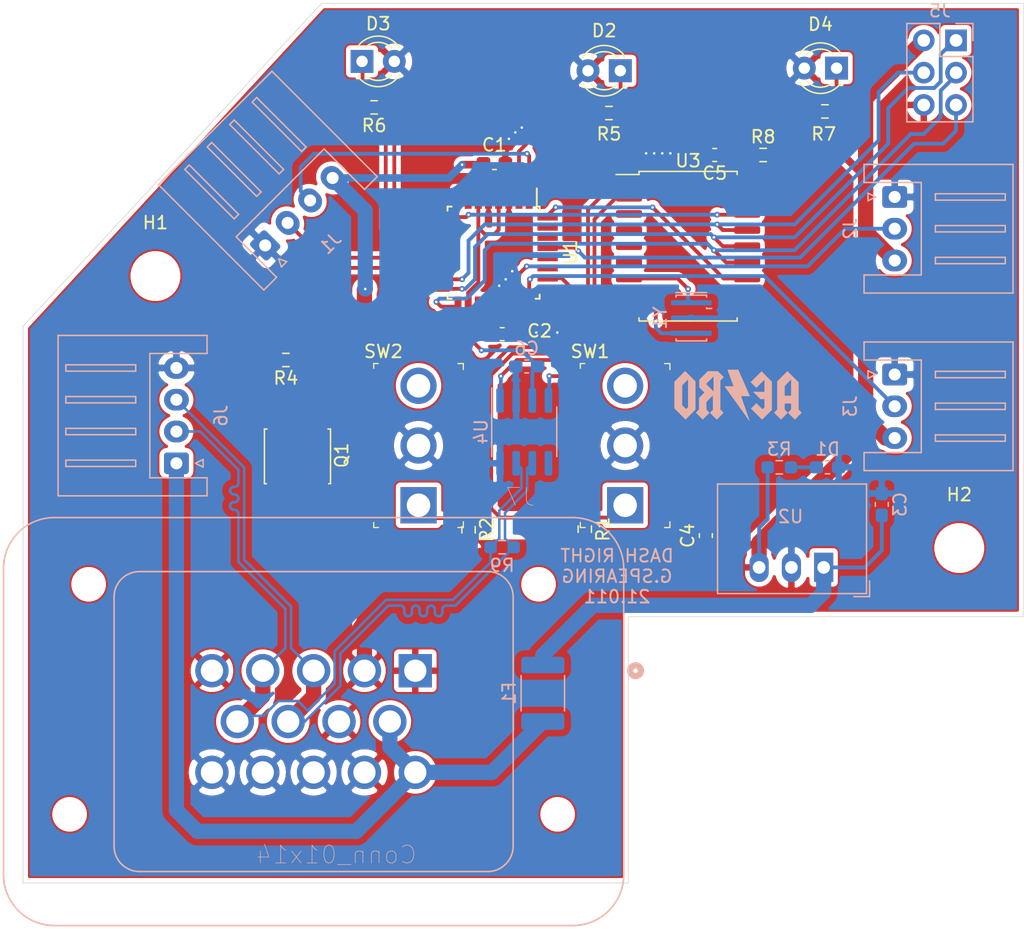
<source format=kicad_pcb>
(kicad_pcb (version 20171130) (host pcbnew 5.1.7-a382d34a8~88~ubuntu18.04.1)
  (layers (0 F.Cu signal) (31 B.Cu signal) (34 B.Paste user) (35 F.Paste user) (36 B.SilkS user) (37 F.SilkS user) (38 B.Mask user) (39 F.Mask user) (44 Edge.Cuts user))
  (net 0 "")
  (net 1 GND)
  (net 2 +5V)
  (net 3 "Net-(C2-Pad1)")
  (net 4 "Net-(C3-Pad1)")
  (net 5 "Net-(D1-Pad2)")
  (net 6 "Net-(D2-Pad1)")
  (net 7 "Net-(D3-Pad1)")
  (net 8 "Net-(D4-Pad1)")
  (net 9 +12V)
  (net 10 /RTD_LED)
  (net 11 /RTD_BTN)
  (net 12 /COAST)
  (net 13 /REGEN)
  (net 14 /RESET)
  (net 15 /MOSI)
  (net 16 /SCK)
  (net 17 /MISO)
  (net 18 /RTD_IND)
  (net 19 /COOLING)
  (net 20 /DIRECTION)
  (net 21 /IMD_LED)
  (net 22 /TMS_LED)
  (net 23 /BMS_LED)
  (net 24 "Net-(R8-Pad2)")
  (net 25 /CAN_CS)
  (net 26 "Net-(U3-Pad8)")
  (net 27 "Net-(U3-Pad7)")
  (net 28 /CAN_Interface/RXCAN)
  (net 29 /CAN_Interface/TXCAN)
  (net 30 /RTD_IND_OUT)
  (net 31 /CAN_INT)
  (net 32 /CAN-)
  (net 33 /CAN+)
  (module AERO_CUSTOM:AERO_Logo_10x4mm (layer B.Cu) (at 184.785 85.09 180)
    (fp_text reference G*** hide)
    (fp_text value LOGO hide)
  )
  (module AERO_CUSTOM:TE_1-776262-1_14pin_Vertical (layer B.Cu) (at 151.384 110.744 180)
    (fp_text reference J7 (at -16.2708 17.6691) (layer B.SilkS) (effects (font (size 1.40128 1.40128) (thickness 0.05)) (justify mirror)))
    (fp_text value Conn_01x14 (at -1.778 -10.4775) (layer B.SilkS) (effects (font (size 1.4008 1.4008) (thickness 0.05)) (justify mirror)))
    (pad Hole np_thru_hole circle (at 19.2 -7.3 180) (size 2 2) (drill 2) (layers *.Cu *.Mask B.SilkS))
    (pad Hole np_thru_hole circle (at -19.2 -7.3 180) (size 2 2) (drill 2) (layers *.Cu *.Mask B.SilkS))
    (pad Hole np_thru_hole circle (at 17.7 10.8 180) (size 2 2) (drill 2) (layers *.Cu *.Mask B.SilkS))
    (pad Hole np_thru_hole circle (at -17.7 10.8 180) (size 2 2) (drill 2) (layers *.Cu *.Mask B.SilkS))
    (pad 14 thru_hole circle (at 8 -4 180) (size 2.625 2.625) (drill 1.75) (layers *.Cu *.Mask) (net 1 GND))
    (pad 13 thru_hole circle (at 4 -4 180) (size 2.625 2.625) (drill 1.75) (layers *.Cu *.Mask) (net 1 GND))
    (pad 12 thru_hole circle (at 0 -4 180) (size 2.625 2.625) (drill 1.75) (layers *.Cu *.Mask) (net 1 GND))
    (pad 11 thru_hole circle (at -4 -4 180) (size 2.625 2.625) (drill 1.75) (layers *.Cu *.Mask) (net 1 GND))
    (pad 10 thru_hole circle (at -8 -4 180) (size 2.625 2.625) (drill 1.75) (layers *.Cu *.Mask) (net 9 +12V))
    (pad 9 thru_hole circle (at 6 0 180) (size 2.625 2.625) (drill 1.75) (layers *.Cu *.Mask) (net 33 /CAN+))
    (pad 8 thru_hole circle (at 2 0 180) (size 2.625 2.625) (drill 1.75) (layers *.Cu *.Mask) (net 32 /CAN-))
    (pad 7 thru_hole circle (at -2 0 180) (size 2.625 2.625) (drill 1.75) (layers *.Cu *.Mask) (net 2 +5V))
    (pad 6 thru_hole circle (at -6 0 180) (size 2.625 2.625) (drill 1.75) (layers *.Cu *.Mask) (net 9 +12V))
    (pad 5 thru_hole circle (at 8 4 180) (size 2.625 2.625) (drill 1.75) (layers *.Cu *.Mask) (net 30 /RTD_IND_OUT))
    (pad 4 thru_hole circle (at 4 4 180) (size 2.625 2.625) (drill 1.75) (layers *.Cu *.Mask) (net 33 /CAN+))
    (pad 3 thru_hole circle (at 0 4 180) (size 2.625 2.625) (drill 1.75) (layers *.Cu *.Mask) (net 32 /CAN-))
    (pad 2 thru_hole circle (at -4 4 180) (size 2.625 2.625) (drill 1.75) (layers *.Cu *.Mask) (net 2 +5V))
    (pad 1 thru_hole rect (at -8 4 180) (size 2.625 2.625) (drill 1.75) (layers *.Cu *.Mask) (net 2 +5V))
  )
  (module Connector_PinHeader_2.54mm:PinHeader_2x03_P2.54mm_Vertical (layer B.Cu) (at 201.93 57.15 180)
    (fp_text reference J5 (at 1.27 2.33) (layer B.SilkS) (effects (justify mirror)))
    (fp_text value Conn_02x03_Odd_Even)
    (pad 6 thru_hole oval (at 2.54 -5.08 180) (size 1.7 1.7) (drill 1) (layers *.Cu *.Mask) (net 1 GND))
    (pad 5 thru_hole oval (at 0 -5.08 180) (size 1.7 1.7) (drill 1) (layers *.Cu *.Mask) (net 14 /RESET))
    (pad 4 thru_hole oval (at 2.54 -2.54 180) (size 1.7 1.7) (drill 1) (layers *.Cu *.Mask) (net 15 /MOSI))
    (pad 3 thru_hole oval (at 0 -2.54 180) (size 1.7 1.7) (drill 1) (layers *.Cu *.Mask) (net 16 /SCK))
    (pad 2 thru_hole oval (at 2.54 0 180) (size 1.7 1.7) (drill 1) (layers *.Cu *.Mask) (net 2 +5V))
    (pad 1 thru_hole rect (at 0 0 180) (size 1.7 1.7) (drill 1) (layers *.Cu *.Mask) (net 17 /MISO))
  )
  (module Package_SO:SOIC-8_3.9x4.9mm_P1.27mm (layer B.Cu) (at 167.9575 87.9475 270)
    (fp_text reference U4 (at 0 3.4 270) (layer B.SilkS) (effects (justify mirror)))
    (fp_text value MCP2551-I-SN)
    (pad 8 smd roundrect (at 2.475 1.905 270) (size 1.95 0.6) (layers B.Cu B.Paste B.Mask) (net 1 GND))
    (pad 7 smd roundrect (at 2.475 0.635 270) (size 1.95 0.6) (layers B.Cu B.Paste B.Mask) (net 33 /CAN+))
    (pad 6 smd roundrect (at 2.475 -0.635 270) (size 1.95 0.6) (layers B.Cu B.Paste B.Mask) (net 32 /CAN-))
    (pad 5 smd roundrect (at 2.475 -1.905 270) (size 1.95 0.6) (layers B.Cu B.Paste B.Mask))
    (pad 4 smd roundrect (at -2.475 -1.905 270) (size 1.95 0.6) (layers B.Cu B.Paste B.Mask) (net 28 /CAN_Interface/RXCAN))
    (pad 3 smd roundrect (at -2.475 -0.635 270) (size 1.95 0.6) (layers B.Cu B.Paste B.Mask) (net 2 +5V))
    (pad 2 smd roundrect (at -2.475 0.635 270) (size 1.95 0.6) (layers B.Cu B.Paste B.Mask) (net 1 GND))
    (pad 1 smd roundrect (at -2.475 1.905 270) (size 1.95 0.6) (layers B.Cu B.Paste B.Mask) (net 29 /CAN_Interface/TXCAN))
  )
  (module Crystal:Resonator_SMD_muRata_CSTxExxV-3Pin_3.0x1.1mm_HandSoldering (layer B.Cu) (at 181.102 78.994 270)
    (fp_text reference Y1 (at 0 2.45 90) (layer B.SilkS) (effects (justify mirror)))
    (fp_text value 16MHz)
    (pad 3 smd rect (at 1.2 0 270) (size 0.4 3.2) (layers B.Cu B.Paste B.Mask) (net 26 "Net-(U3-Pad8)"))
    (pad 2 smd rect (at 0 0 270) (size 0.4 3.2) (layers B.Cu B.Paste B.Mask) (net 1 GND))
    (pad 1 smd rect (at -1.2 0 270) (size 0.4 3.2) (layers B.Cu B.Paste B.Mask) (net 27 "Net-(U3-Pad7)"))
  )
  (module Package_SO:SOIC-18W_7.5x11.6mm_P1.27mm (layer F.Cu) (at 180.848 73.3425)
    (fp_text reference U3 (at 0 -6.72) (layer F.SilkS))
    (fp_text value MCP2515-xSO)
    (pad 18 smd roundrect (at 4.65 -5.08) (size 2.05 0.6) (layers F.Cu F.Paste F.Mask) (net 2 +5V))
    (pad 17 smd roundrect (at 4.65 -3.81) (size 2.05 0.6) (layers F.Cu F.Paste F.Mask) (net 24 "Net-(R8-Pad2)"))
    (pad 16 smd roundrect (at 4.65 -2.54) (size 2.05 0.6) (layers F.Cu F.Paste F.Mask) (net 25 /CAN_CS))
    (pad 15 smd roundrect (at 4.65 -1.27) (size 2.05 0.6) (layers F.Cu F.Paste F.Mask) (net 15 /MOSI))
    (pad 14 smd roundrect (at 4.65 0) (size 2.05 0.6) (layers F.Cu F.Paste F.Mask) (net 17 /MISO))
    (pad 13 smd roundrect (at 4.65 1.27) (size 2.05 0.6) (layers F.Cu F.Paste F.Mask) (net 16 /SCK))
    (pad 12 smd roundrect (at 4.65 2.54) (size 2.05 0.6) (layers F.Cu F.Paste F.Mask) (net 31 /CAN_INT))
    (pad 11 smd roundrect (at 4.65 3.81) (size 2.05 0.6) (layers F.Cu F.Paste F.Mask))
    (pad 10 smd roundrect (at 4.65 5.08) (size 2.05 0.6) (layers F.Cu F.Paste F.Mask))
    (pad 9 smd roundrect (at -4.65 5.08) (size 2.05 0.6) (layers F.Cu F.Paste F.Mask) (net 1 GND))
    (pad 8 smd roundrect (at -4.65 3.81) (size 2.05 0.6) (layers F.Cu F.Paste F.Mask) (net 26 "Net-(U3-Pad8)"))
    (pad 7 smd roundrect (at -4.65 2.54) (size 2.05 0.6) (layers F.Cu F.Paste F.Mask) (net 27 "Net-(U3-Pad7)"))
    (pad 6 smd roundrect (at -4.65 1.27) (size 2.05 0.6) (layers F.Cu F.Paste F.Mask))
    (pad 5 smd roundrect (at -4.65 0) (size 2.05 0.6) (layers F.Cu F.Paste F.Mask))
    (pad 4 smd roundrect (at -4.65 -1.27) (size 2.05 0.6) (layers F.Cu F.Paste F.Mask))
    (pad 3 smd roundrect (at -4.65 -2.54) (size 2.05 0.6) (layers F.Cu F.Paste F.Mask))
    (pad 2 smd roundrect (at -4.65 -3.81) (size 2.05 0.6) (layers F.Cu F.Paste F.Mask) (net 28 /CAN_Interface/RXCAN))
    (pad 1 smd roundrect (at -4.65 -5.08) (size 2.05 0.6) (layers F.Cu F.Paste F.Mask) (net 29 /CAN_Interface/TXCAN))
  )
  (module Converter_DCDC:Converter_DCDC_RECOM_R-78E-0.5_THT (layer B.Cu) (at 191.516 98.6155 180)
    (fp_text reference U2 (at 2.6035 4.0005) (layer B.SilkS) (effects (justify mirror)))
    (fp_text value R-785.0-1.0)
    (pad 3 thru_hole oval (at 5.08 0 180) (size 1.5 2.3) (drill 1) (layers *.Cu *.Mask) (net 2 +5V))
    (pad 2 thru_hole oval (at 2.54 0 180) (size 1.5 2.3) (drill 1) (layers *.Cu *.Mask) (net 1 GND))
    (pad 1 thru_hole rect (at 0 0 180) (size 1.5 2.3) (drill 1) (layers *.Cu *.Mask) (net 4 "Net-(C3-Pad1)"))
  )
  (module Package_QFP:TQFP-32_7x7mm_P0.8mm (layer F.Cu) (at 165.5445 73.8505 270)
    (fp_text reference U1 (at 0 -6.05 90) (layer F.SilkS))
    (fp_text value ATmega328P-AU)
    (pad 32 smd rect (at -2.8 -4.25) (size 1.6 0.55) (layers F.Cu F.Paste F.Mask) (net 31 /CAN_INT))
    (pad 31 smd rect (at -2 -4.25) (size 1.6 0.55) (layers F.Cu F.Paste F.Mask))
    (pad 30 smd rect (at -1.2 -4.25) (size 1.6 0.55) (layers F.Cu F.Paste F.Mask))
    (pad 29 smd rect (at -0.4 -4.25) (size 1.6 0.55) (layers F.Cu F.Paste F.Mask) (net 14 /RESET))
    (pad 28 smd rect (at 0.4 -4.25) (size 1.6 0.55) (layers F.Cu F.Paste F.Mask))
    (pad 27 smd rect (at 1.2 -4.25) (size 1.6 0.55) (layers F.Cu F.Paste F.Mask))
    (pad 26 smd rect (at 2 -4.25) (size 1.6 0.55) (layers F.Cu F.Paste F.Mask) (net 19 /COOLING))
    (pad 25 smd rect (at 2.8 -4.25) (size 1.6 0.55) (layers F.Cu F.Paste F.Mask) (net 20 /DIRECTION))
    (pad 24 smd rect (at 4.25 -2.8 270) (size 1.6 0.55) (layers F.Cu F.Paste F.Mask) (net 13 /REGEN))
    (pad 23 smd rect (at 4.25 -2 270) (size 1.6 0.55) (layers F.Cu F.Paste F.Mask) (net 12 /COAST))
    (pad 22 smd rect (at 4.25 -1.2 270) (size 1.6 0.55) (layers F.Cu F.Paste F.Mask))
    (pad 21 smd rect (at 4.25 -0.4 270) (size 1.6 0.55) (layers F.Cu F.Paste F.Mask) (net 1 GND))
    (pad 20 smd rect (at 4.25 0.4 270) (size 1.6 0.55) (layers F.Cu F.Paste F.Mask) (net 3 "Net-(C2-Pad1)"))
    (pad 19 smd rect (at 4.25 1.2 270) (size 1.6 0.55) (layers F.Cu F.Paste F.Mask))
    (pad 18 smd rect (at 4.25 2 270) (size 1.6 0.55) (layers F.Cu F.Paste F.Mask) (net 2 +5V))
    (pad 17 smd rect (at 4.25 2.8 270) (size 1.6 0.55) (layers F.Cu F.Paste F.Mask) (net 16 /SCK))
    (pad 16 smd rect (at 2.8 4.25) (size 1.6 0.55) (layers F.Cu F.Paste F.Mask) (net 17 /MISO))
    (pad 15 smd rect (at 2 4.25) (size 1.6 0.55) (layers F.Cu F.Paste F.Mask) (net 15 /MOSI))
    (pad 14 smd rect (at 1.2 4.25) (size 1.6 0.55) (layers F.Cu F.Paste F.Mask) (net 18 /RTD_IND))
    (pad 13 smd rect (at 0.4 4.25) (size 1.6 0.55) (layers F.Cu F.Paste F.Mask) (net 10 /RTD_LED))
    (pad 12 smd rect (at -0.4 4.25) (size 1.6 0.55) (layers F.Cu F.Paste F.Mask))
    (pad 11 smd rect (at -1.2 4.25) (size 1.6 0.55) (layers F.Cu F.Paste F.Mask) (net 22 /TMS_LED))
    (pad 10 smd rect (at -2 4.25) (size 1.6 0.55) (layers F.Cu F.Paste F.Mask) (net 21 /IMD_LED))
    (pad 9 smd rect (at -2.8 4.25) (size 1.6 0.55) (layers F.Cu F.Paste F.Mask) (net 25 /CAN_CS))
    (pad 8 smd rect (at -4.25 2.8 270) (size 1.6 0.55) (layers F.Cu F.Paste F.Mask))
    (pad 7 smd rect (at -4.25 2 270) (size 1.6 0.55) (layers F.Cu F.Paste F.Mask))
    (pad 6 smd rect (at -4.25 1.2 270) (size 1.6 0.55) (layers F.Cu F.Paste F.Mask) (net 2 +5V))
    (pad 5 smd rect (at -4.25 0.4 270) (size 1.6 0.55) (layers F.Cu F.Paste F.Mask) (net 1 GND))
    (pad 4 smd rect (at -4.25 -0.4 270) (size 1.6 0.55) (layers F.Cu F.Paste F.Mask) (net 2 +5V))
    (pad 3 smd rect (at -4.25 -1.2 270) (size 1.6 0.55) (layers F.Cu F.Paste F.Mask) (net 1 GND))
    (pad 2 smd rect (at -4.25 -2 270) (size 1.6 0.55) (layers F.Cu F.Paste F.Mask) (net 23 /BMS_LED))
    (pad 1 smd rect (at -4.25 -2.8 270) (size 1.6 0.55) (layers F.Cu F.Paste F.Mask) (net 11 /RTD_BTN))
  )
  (module AERO_CUSTOM:Toggle_Switch_100SP1T1B4M2QE (layer F.Cu) (at 159.639 93.726 90)
    (fp_text reference SW2 (at 12.099628 -2.764606) (layer F.SilkS))
    (fp_text value SW_SPDT)
    (pad 1 thru_hole rect (at 0 0 90) (size 2.85 2.85) (drill 1.85) (layers *.Cu *.Mask) (net 20 /DIRECTION))
    (pad 2 thru_hole circle (at 4.7 0 90) (size 2.85 2.85) (drill 1.85) (layers *.Cu *.Mask) (net 1 GND))
    (pad 3 thru_hole circle (at 9.4 0 90) (size 2.85 2.85) (drill 1.85) (layers *.Cu *.Mask))
  )
  (module AERO_CUSTOM:Toggle_Switch_100SP1T1B4M2QE (layer F.Cu) (at 175.895 93.727 90)
    (fp_text reference SW1 (at 12.099628 -2.764606) (layer F.SilkS))
    (fp_text value SW_SPDT)
    (pad 1 thru_hole rect (at 0 0 90) (size 2.85 2.85) (drill 1.85) (layers *.Cu *.Mask) (net 19 /COOLING))
    (pad 2 thru_hole circle (at 4.7 0 90) (size 2.85 2.85) (drill 1.85) (layers *.Cu *.Mask) (net 1 GND))
    (pad 3 thru_hole circle (at 9.4 0 90) (size 2.85 2.85) (drill 1.85) (layers *.Cu *.Mask))
  )
  (module Resistor_SMD:R_0603_1608Metric_Pad0.98x0.95mm_HandSolder (layer B.Cu) (at 166.2195 97.028)
    (fp_text reference R9 (at 0 1.43) (layer B.SilkS) (effects (justify mirror)))
    (fp_text value 120)
    (pad 2 smd roundrect (at 0.9125 0) (size 0.975 0.95) (layers B.Cu B.Paste B.Mask) (net 32 /CAN-))
    (pad 1 smd roundrect (at -0.9125 0) (size 0.975 0.95) (layers B.Cu B.Paste B.Mask) (net 33 /CAN+))
  )
  (module Resistor_SMD:R_0603_1608Metric_Pad0.98x0.95mm_HandSolder (layer F.Cu) (at 186.7535 66.167)
    (fp_text reference R8 (at 0 -1.43) (layer F.SilkS))
    (fp_text value 10K)
    (pad 2 smd roundrect (at 0.9125 0) (size 0.975 0.95) (layers F.Cu F.Paste F.Mask) (net 24 "Net-(R8-Pad2)"))
    (pad 1 smd roundrect (at -0.9125 0) (size 0.975 0.95) (layers F.Cu F.Paste F.Mask) (net 2 +5V))
  )
  (module Resistor_SMD:R_0603_1608Metric_Pad0.98x0.95mm_HandSolder (layer F.Cu) (at 191.6176 62.738)
    (fp_text reference R7 (at -0.1016 1.778) (layer F.SilkS))
    (fp_text value 330)
    (pad 2 smd roundrect (at 0.9125 0) (size 0.975 0.95) (layers F.Cu F.Paste F.Mask) (net 8 "Net-(D4-Pad1)"))
    (pad 1 smd roundrect (at -0.9125 0) (size 0.975 0.95) (layers F.Cu F.Paste F.Mask) (net 23 /BMS_LED))
  )
  (module Resistor_SMD:R_0603_1608Metric_Pad0.98x0.95mm_HandSolder (layer F.Cu) (at 156.1465 62.4205 180)
    (fp_text reference R6 (at 0 -1.43) (layer F.SilkS))
    (fp_text value 330)
    (pad 2 smd roundrect (at 0.9125 0 180) (size 0.975 0.95) (layers F.Cu F.Paste F.Mask) (net 7 "Net-(D3-Pad1)"))
    (pad 1 smd roundrect (at -0.9125 0 180) (size 0.975 0.95) (layers F.Cu F.Paste F.Mask) (net 22 /TMS_LED))
  )
  (module Resistor_SMD:R_0603_1608Metric_Pad0.98x0.95mm_HandSolder (layer F.Cu) (at 174.625 62.865)
    (fp_text reference R5 (at 0 1.651) (layer F.SilkS))
    (fp_text value 330)
    (pad 2 smd roundrect (at 0.9125 0) (size 0.975 0.95) (layers F.Cu F.Paste F.Mask) (net 6 "Net-(D2-Pad1)"))
    (pad 1 smd roundrect (at -0.9125 0) (size 0.975 0.95) (layers F.Cu F.Paste F.Mask) (net 21 /IMD_LED))
  )
  (module Resistor_SMD:R_0603_1608Metric_Pad0.98x0.95mm_HandSolder (layer F.Cu) (at 149.2015 82.296 180)
    (fp_text reference R4 (at 0 -1.43) (layer F.SilkS))
    (fp_text value 10K)
    (pad 2 smd roundrect (at 0.9125 0 180) (size 0.975 0.95) (layers F.Cu F.Paste F.Mask) (net 18 /RTD_IND))
    (pad 1 smd roundrect (at -0.9125 0 180) (size 0.975 0.95) (layers F.Cu F.Paste F.Mask) (net 1 GND))
  )
  (module Resistor_SMD:R_0603_1608Metric_Pad0.98x0.95mm_HandSolder (layer B.Cu) (at 188.0235 90.7415 180)
    (fp_text reference R3 (at 0 1.43 180) (layer B.SilkS) (effects (justify mirror)))
    (fp_text value 330)
    (pad 2 smd roundrect (at 0.9125 0 180) (size 0.975 0.95) (layers B.Cu B.Paste B.Mask) (net 2 +5V))
    (pad 1 smd roundrect (at -0.9125 0 180) (size 0.975 0.95) (layers B.Cu B.Paste B.Mask) (net 5 "Net-(D1-Pad2)"))
  )
  (module Resistor_SMD:R_0603_1608Metric_Pad0.98x0.95mm_HandSolder (layer F.Cu) (at 163.576 95.6545 270)
    (fp_text reference R2 (at 0 -1.43 90) (layer F.SilkS))
    (fp_text value 10K)
    (pad 2 smd roundrect (at 0.9125 0 270) (size 0.975 0.95) (layers F.Cu F.Paste F.Mask) (net 2 +5V))
    (pad 1 smd roundrect (at -0.9125 0 270) (size 0.975 0.95) (layers F.Cu F.Paste F.Mask) (net 20 /DIRECTION))
  )
  (module Resistor_SMD:R_0603_1608Metric_Pad0.98x0.95mm_HandSolder (layer F.Cu) (at 172.72 95.6075 270)
    (fp_text reference R1 (at 0 -1.43 270) (layer F.SilkS))
    (fp_text value 10K)
    (pad 2 smd roundrect (at 0.9125 0 270) (size 0.975 0.95) (layers F.Cu F.Paste F.Mask) (net 2 +5V))
    (pad 1 smd roundrect (at -0.9125 0 270) (size 0.975 0.95) (layers F.Cu F.Paste F.Mask) (net 19 /COOLING))
  )
  (module Package_TO_SOT_SMD:LFPAK56 (layer F.Cu) (at 150.114 90.043 270)
    (fp_text reference Q1 (at -0.245 -3.48 90) (layer F.SilkS))
    (fp_text value PSMN5R2-60YL)
    (pad 5 smd custom (at 0.435 0 270) (size 3.3 4.2) (layers F.Cu F.Mask) (net 30 /RTD_IND_OUT) (options (clearance outline) (anchor rect)) (primitives (gr_poly (pts (xy 1.425 -2.35) (xy 2.975 -2.35) (xy 2.975 2.35) (xy 1.425 2.35)) (width 0))))
    (pad 4 smd rect (at -2.835 1.91 180) (size 0.7 1.15) (layers F.Cu F.Paste F.Mask) (net 18 /RTD_IND))
    (pad 3 smd rect (at -2.835 0.64 180) (size 0.7 1.15) (layers F.Cu F.Paste F.Mask) (net 1 GND))
    (pad 1 smd rect (at -2.835 -1.91 180) (size 0.7 1.15) (layers F.Cu F.Paste F.Mask) (net 1 GND))
    (pad 2 smd rect (at -2.835 -0.64 180) (size 0.7 1.15) (layers F.Cu F.Paste F.Mask) (net 1 GND))
  )
  (module Connector_JST:JST_XH_S4B-XH-A_1x04_P2.50mm_Horizontal (layer B.Cu) (at 140.589 90.424 90)
    (fp_text reference J6 (at 3.75 3.5 -90) (layer B.SilkS) (effects (justify mirror)))
    (fp_text value Conn_01x04)
    (pad 4 thru_hole oval (at 7.5 0 90) (size 1.7 1.95) (drill 0.95) (layers *.Cu *.Mask) (net 1 GND))
    (pad 3 thru_hole oval (at 5 0 90) (size 1.7 1.95) (drill 0.95) (layers *.Cu *.Mask) (net 32 /CAN-))
    (pad 2 thru_hole oval (at 2.5 0 90) (size 1.7 1.95) (drill 0.95) (layers *.Cu *.Mask) (net 33 /CAN+))
    (pad 1 thru_hole roundrect (at 0 0 90) (size 1.7 1.95) (drill 0.95) (layers *.Cu *.Mask) (roundrect_rratio 0.1470588235294118) (net 9 +12V))
  )
  (module Connector_JST:JST_XH_S3B-XH-A_1x03_P2.50mm_Horizontal (layer B.Cu) (at 197.104 83.439 270)
    (fp_text reference J3 (at 2.5 3.5 90) (layer B.SilkS) (effects (justify mirror)))
    (fp_text value Conn_01x03)
    (pad 3 thru_hole oval (at 5 0 270) (size 1.7 1.95) (drill 0.95) (layers *.Cu *.Mask) (net 2 +5V))
    (pad 2 thru_hole oval (at 2.5 0 270) (size 1.7 1.95) (drill 0.95) (layers *.Cu *.Mask) (net 13 /REGEN))
    (pad 1 thru_hole roundrect (at 0 0 270) (size 1.7 1.95) (drill 0.95) (layers *.Cu *.Mask) (roundrect_rratio 0.1470588235294118) (net 1 GND))
  )
  (module Connector_JST:JST_XH_S3B-XH-A_1x03_P2.50mm_Horizontal (layer B.Cu) (at 197.104 69.469 270)
    (fp_text reference J2 (at 2.5 3.5 270) (layer B.SilkS) (effects (justify mirror)))
    (fp_text value Conn_01x03)
    (pad 3 thru_hole oval (at 5 0 270) (size 1.7 1.95) (drill 0.95) (layers *.Cu *.Mask) (net 2 +5V))
    (pad 2 thru_hole oval (at 2.5 0 270) (size 1.7 1.95) (drill 0.95) (layers *.Cu *.Mask) (net 12 /COAST))
    (pad 1 thru_hole roundrect (at 0 0 270) (size 1.7 1.95) (drill 0.95) (layers *.Cu *.Mask) (roundrect_rratio 0.1470588235294118) (net 1 GND))
  )
  (module Connector_JST:JST_XH_S4B-XH-A_1x04_P2.50mm_Horizontal (layer B.Cu) (at 147.574 73.279 45)
    (fp_text reference J1 (at 3.75 3.5 45) (layer B.SilkS) (effects (justify mirror)))
    (fp_text value Conn_01x04)
    (pad 4 thru_hole oval (at 7.5 0 45) (size 1.7 1.95) (drill 0.95) (layers *.Cu *.Mask) (net 2 +5V))
    (pad 3 thru_hole oval (at 5 0 45) (size 1.7 1.95) (drill 0.95) (layers *.Cu *.Mask) (net 11 /RTD_BTN))
    (pad 2 thru_hole oval (at 2.5 0 45) (size 1.7 1.95) (drill 0.95) (layers *.Cu *.Mask) (net 10 /RTD_LED))
    (pad 1 thru_hole roundrect (at 0 0 45) (size 1.7 1.95) (drill 0.95) (layers *.Cu *.Mask) (roundrect_rratio 0.1470588235294118) (net 1 GND))
  )
  (module MountingHole:MountingHole_3.2mm_M3 (layer F.Cu) (at 202.184 97.0915)
    (fp_text reference H2 (at 0 -4.2) (layer F.SilkS))
    (fp_text value MountingHole)
    (pad 1 np_thru_hole circle (at 0 0) (size 3.2 3.2) (drill 3.2) (layers *.Cu *.Mask))
  )
  (module MountingHole:MountingHole_3.2mm_M3 (layer F.Cu) (at 138.938 75.692)
    (fp_text reference H1 (at 0 -4.2) (layer F.SilkS))
    (fp_text value MountingHole)
    (pad 1 np_thru_hole circle (at 0 0) (size 3.2 3.2) (drill 3.2) (layers *.Cu *.Mask))
  )
  (module Fuse:Fuse_1812_4532Metric_Pad1.30x3.40mm_HandSolder (layer B.Cu) (at 169.418 108.519 270)
    (fp_text reference F1 (at 0 2.65 270) (layer B.SilkS) (effects (justify mirror)))
    (fp_text value MF-MSMF050)
    (pad 2 smd roundrect (at 2.225 0 270) (size 1.3 3.4) (layers B.Cu B.Paste B.Mask) (roundrect_rratio 0.1923076923076923) (net 9 +12V))
    (pad 1 smd roundrect (at -2.225 0 270) (size 1.3 3.4) (layers B.Cu B.Paste B.Mask) (roundrect_rratio 0.1923076923076923) (net 4 "Net-(C3-Pad1)"))
  )
  (module LED_THT:LED_D3.0mm (layer F.Cu) (at 192.532 59.3344 180)
    (fp_text reference D4 (at 1.27 3.4544) (layer F.SilkS))
    (fp_text value LED)
    (pad 2 thru_hole circle (at 2.54 0 180) (size 1.8 1.8) (drill 0.9) (layers *.Cu *.Mask) (net 1 GND))
    (pad 1 thru_hole rect (at 0 0 180) (size 1.8 1.8) (drill 0.9) (layers *.Cu *.Mask) (net 8 "Net-(D4-Pad1)"))
  )
  (module LED_THT:LED_D3.0mm (layer F.Cu) (at 155.194 58.801)
    (fp_text reference D3 (at 1.27 -2.96) (layer F.SilkS))
    (fp_text value LED)
    (pad 2 thru_hole circle (at 2.54 0) (size 1.8 1.8) (drill 0.9) (layers *.Cu *.Mask) (net 1 GND))
    (pad 1 thru_hole rect (at 0 0) (size 1.8 1.8) (drill 0.9) (layers *.Cu *.Mask) (net 7 "Net-(D3-Pad1)"))
  )
  (module LED_THT:LED_D3.0mm (layer F.Cu) (at 175.514 59.5376 180)
    (fp_text reference D2 (at 1.27 3.1496) (layer F.SilkS))
    (fp_text value LED)
    (pad 2 thru_hole circle (at 2.54 0 180) (size 1.8 1.8) (drill 0.9) (layers *.Cu *.Mask) (net 1 GND))
    (pad 1 thru_hole rect (at 0 0 180) (size 1.8 1.8) (drill 0.9) (layers *.Cu *.Mask) (net 6 "Net-(D2-Pad1)"))
  )
  (module Fuse:Fuse_0603_1608Metric_Pad1.05x0.95mm_HandSolder (layer B.Cu) (at 191.8195 90.7415 180)
    (fp_text reference D1 (at 0 1.43) (layer B.SilkS) (effects (justify mirror)))
    (fp_text value LED)
    (pad 2 smd roundrect (at 0.875 0 180) (size 1.05 0.95) (layers B.Cu B.Paste B.Mask) (net 5 "Net-(D1-Pad2)"))
    (pad 1 smd roundrect (at -0.875 0 180) (size 1.05 0.95) (layers B.Cu B.Paste B.Mask) (net 1 GND))
  )
  (module Capacitor_SMD:C_0603_1608Metric_Pad1.08x0.95mm_HandSolder (layer B.Cu) (at 168.148 82.804 180)
    (fp_text reference C6 (at 0 1.43) (layer B.SilkS) (effects (justify mirror)))
    (fp_text value 0.1u)
    (pad 2 smd roundrect (at 0.8625 0 180) (size 1.075 0.95) (layers B.Cu B.Paste B.Mask) (net 1 GND))
    (pad 1 smd roundrect (at -0.8625 0 180) (size 1.075 0.95) (layers B.Cu B.Paste B.Mask) (net 2 +5V))
  )
  (module Capacitor_SMD:C_0603_1608Metric_Pad1.08x0.95mm_HandSolder (layer F.Cu) (at 182.9435 66.167 180)
    (fp_text reference C5 (at 0 -1.43) (layer F.SilkS))
    (fp_text value 0.1u)
    (pad 2 smd roundrect (at 0.8625 0 180) (size 1.075 0.95) (layers F.Cu F.Paste F.Mask) (net 1 GND))
    (pad 1 smd roundrect (at -0.8625 0 180) (size 1.075 0.95) (layers F.Cu F.Paste F.Mask) (net 2 +5V))
  )
  (module Capacitor_SMD:C_0603_1608Metric_Pad1.08x0.95mm_HandSolder (layer F.Cu) (at 182.245 96.1125 90)
    (fp_text reference C4 (at 0 -1.43 270) (layer F.SilkS))
    (fp_text value 10u)
    (pad 2 smd roundrect (at 0.8625 0 90) (size 1.075 0.95) (layers F.Cu F.Paste F.Mask) (net 1 GND))
    (pad 1 smd roundrect (at -0.8625 0 90) (size 1.075 0.95) (layers F.Cu F.Paste F.Mask) (net 2 +5V))
  )
  (module Capacitor_SMD:C_0603_1608Metric_Pad1.08x0.95mm_HandSolder (layer B.Cu) (at 196.088 93.6625 90)
    (fp_text reference C3 (at 0 1.43 90) (layer B.SilkS) (effects (justify mirror)))
    (fp_text value 1u)
    (pad 2 smd roundrect (at 0.8625 0 90) (size 1.075 0.95) (layers B.Cu B.Paste B.Mask) (net 1 GND))
    (pad 1 smd roundrect (at -0.8625 0 90) (size 1.075 0.95) (layers B.Cu B.Paste B.Mask) (net 4 "Net-(C3-Pad1)"))
  )
  (module Capacitor_SMD:C_0603_1608Metric_Pad1.08x0.95mm_HandSolder (layer F.Cu) (at 166.2165 80.264)
    (fp_text reference C2 (at 2.9475 -0.254) (layer F.SilkS))
    (fp_text value 0.1u)
    (pad 2 smd roundrect (at 0.8625 0) (size 1.075 0.95) (layers F.Cu F.Paste F.Mask) (net 1 GND))
    (pad 1 smd roundrect (at -0.8625 0) (size 1.075 0.95) (layers F.Cu F.Paste F.Mask) (net 3 "Net-(C2-Pad1)"))
  )
  (module Capacitor_SMD:C_0603_1608Metric_Pad1.08x0.95mm_HandSolder (layer F.Cu) (at 165.608 66.802)
    (fp_text reference C1 (at 0 -1.43) (layer F.SilkS))
    (fp_text value 0.1u)
    (pad 2 smd roundrect (at 0.8625 0) (size 1.075 0.95) (layers F.Cu F.Paste F.Mask) (net 1 GND))
    (pad 1 smd roundrect (at -0.8625 0) (size 1.075 0.95) (layers F.Cu F.Paste F.Mask) (net 2 +5V))
  )
  (gr_text "DASH RIGHT\nG.SPEARING\n21.011" (at 175.26 99.314) (layer B.SilkS) (effects (font (size 1 1)) (justify mirror)))
  (gr_line (start 207.264 54.229) (end 207.264 102.489) (layer Edge.Cuts) (width 0.05))
  (gr_line (start 152.019 54.229) (end 207.264 54.229) (layer Edge.Cuts) (width 0.05))
  (gr_line (start 128.524 79.629) (end 152.019 54.229) (layer Edge.Cuts) (width 0.05))
  (gr_line (start 128.524 84.074) (end 128.524 79.629) (layer Edge.Cuts) (width 0.05))
  (gr_line (start 128.524 123.444) (end 128.524 84.074) (layer Edge.Cuts) (width 0.05))
  (gr_line (start 176.149 123.444) (end 128.524 123.444) (layer Edge.Cuts) (width 0.05))
  (gr_line (start 176.149 102.489) (end 176.149 123.444) (layer Edge.Cuts) (width 0.05))
  (gr_line (start 176.149 102.489) (end 207.264 102.489) (layer Edge.Cuts) (width 0.05))
  (via (at 168.91 80.137) (size 0.45) (drill 0.2) (layers F.Cu B.Cu) (net 1))
  (via (at 169.672 80.137) (size 0.45) (drill 0.2) (layers F.Cu B.Cu) (net 1))
  (via (at 170.561 80.137) (size 0.45) (drill 0.2) (layers F.Cu B.Cu) (net 1))
  (via (at 165.989 76.454) (size 0.45) (drill 0.2) (layers F.Cu B.Cu) (net 1))
  (via (at 166.497 75.946) (size 0.45) (drill 0.2) (layers F.Cu B.Cu) (net 1))
  (via (at 167.005 75.311) (size 0.45) (drill 0.2) (layers F.Cu B.Cu) (net 1))
  (via (at 167.767 64.008) (size 0.45) (drill 0.2) (layers F.Cu B.Cu) (net 1))
  (via (at 167.259 64.389) (size 0.45) (drill 0.2) (layers F.Cu B.Cu) (net 1))
  (via (at 166.751 64.897) (size 0.45) (drill 0.2) (layers F.Cu B.Cu) (net 1))
  (via (at 179.451 66.04) (size 0.45) (drill 0.2) (layers F.Cu B.Cu) (net 1))
  (via (at 178.816 66.04) (size 0.45) (drill 0.2) (layers F.Cu B.Cu) (net 1))
  (via (at 178.181 66.04) (size 0.45) (drill 0.2) (layers F.Cu B.Cu) (net 1))
  (via (at 177.546 66.04) (size 0.45) (drill 0.2) (layers F.Cu B.Cu) (net 1))
  (segment (start 165.1445 68.689738) (end 165.635238 68.199) (width 0.3) (layer F.Cu) (net 1))
  (segment (start 165.1445 69.6005) (end 165.1445 68.689738) (width 0.3) (layer F.Cu) (net 1))
  (segment (start 166.7445 68.5005) (end 166.7445 69.6005) (width 0.3) (layer F.Cu) (net 1))
  (segment (start 165.635238 68.199) (end 166.443 68.199) (width 0.3) (layer F.Cu) (net 1))
  (segment (start 166.443 68.199) (end 166.7445 68.5005) (width 0.3) (layer F.Cu) (net 1))
  (segment (start 186.436 98.6155) (end 186.436 95.504) (width 0.3) (layer B.Cu) (net 2))
  (segment (start 187.111 94.829) (end 187.111 90.7415) (width 0.3) (layer B.Cu) (net 2))
  (segment (start 186.436 95.504) (end 187.111 94.829) (width 0.3) (layer B.Cu) (net 2))
  (segment (start 164.3445 69.6005) (end 164.3445 68.0655) (width 0.3) (layer F.Cu) (net 2))
  (segment (start 164.7455 67.6645) (end 164.7455 66.802) (width 0.3) (layer F.Cu) (net 2))
  (segment (start 164.3445 68.0655) (end 164.7455 67.6645) (width 0.3) (layer F.Cu) (net 2))
  (segment (start 165.9445 69.6005) (end 165.9445 72.0535) (width 0.3) (layer F.Cu) (net 2))
  (segment (start 165.9445 72.0535) (end 165.608 72.39) (width 0.3) (layer F.Cu) (net 2))
  (segment (start 165.608 72.39) (end 164.846 72.39) (width 0.3) (layer F.Cu) (net 2))
  (segment (start 164.846 72.39) (end 164.3445 71.8885) (width 0.3) (layer F.Cu) (net 2))
  (segment (start 168.5925 83.222) (end 169.0105 82.804) (width 0.3) (layer B.Cu) (net 2))
  (segment (start 168.5925 85.4725) (end 168.5925 83.222) (width 0.3) (layer B.Cu) (net 2))
  (segment (start 199.39 57.15) (end 194.818 61.722) (width 1.2) (layer F.Cu) (net 2))
  (segment (start 194.818 72.183) (end 197.104 74.469) (width 1.2) (layer F.Cu) (net 2))
  (segment (start 194.818 72.183) (end 194.818 86.868) (width 1.2) (layer F.Cu) (net 2))
  (segment (start 196.389 88.439) (end 197.104 88.439) (width 1.2) (layer F.Cu) (net 2))
  (segment (start 194.818 86.868) (end 196.389 88.439) (width 1.2) (layer F.Cu) (net 2))
  (segment (start 194.818 86.868) (end 194.818 88.265) (width 1.2) (layer F.Cu) (net 2))
  (segment (start 186.436 96.647) (end 186.436 98.6155) (width 1.2) (layer F.Cu) (net 2))
  (segment (start 194.818 88.265) (end 186.436 96.647) (width 1.2) (layer F.Cu) (net 2))
  (segment (start 194.818 68.961) (end 194.818 67.945) (width 0.6) (layer F.Cu) (net 2))
  (segment (start 194.818 68.961) (end 194.818 72.183) (width 1.2) (layer F.Cu) (net 2))
  (segment (start 194.818 61.722) (end 194.818 68.961) (width 1.2) (layer F.Cu) (net 2))
  (segment (start 194.818 67.945) (end 191.516 64.643) (width 0.6) (layer F.Cu) (net 2))
  (segment (start 187.365 64.643) (end 185.841 66.167) (width 0.6) (layer F.Cu) (net 2))
  (segment (start 191.516 64.643) (end 187.365 64.643) (width 0.6) (layer F.Cu) (net 2))
  (segment (start 185.33 64.643) (end 183.806 66.167) (width 0.6) (layer F.Cu) (net 2))
  (segment (start 187.365 64.643) (end 185.33 64.643) (width 0.6) (layer F.Cu) (net 2))
  (segment (start 185.841 67.9195) (end 185.498 68.2625) (width 0.6) (layer F.Cu) (net 2))
  (segment (start 185.841 66.167) (end 185.841 67.9195) (width 0.6) (layer F.Cu) (net 2))
  (via (at 163.068 66.929) (size 0.45) (drill 0.2) (layers F.Cu B.Cu) (net 2))
  (segment (start 152.877301 67.975699) (end 162.021301 67.975699) (width 0.6) (layer B.Cu) (net 2))
  (segment (start 162.021301 67.975699) (end 163.068 66.929) (width 0.6) (layer B.Cu) (net 2))
  (segment (start 164.6185 66.929) (end 164.7455 66.802) (width 0.6) (layer F.Cu) (net 2))
  (segment (start 163.068 66.929) (end 164.6185 66.929) (width 0.6) (layer F.Cu) (net 2))
  (via (at 164.592 81.534) (size 0.45) (drill 0.2) (layers F.Cu B.Cu) (net 2))
  (segment (start 163.5445 78.1005) (end 163.5445 80.4865) (width 0.3) (layer F.Cu) (net 2))
  (segment (start 163.5445 80.4865) (end 164.592 81.534) (width 0.3) (layer F.Cu) (net 2))
  (segment (start 167.7405 81.534) (end 169.0105 82.804) (width 0.3) (layer B.Cu) (net 2))
  (segment (start 164.592 81.534) (end 167.7405 81.534) (width 0.3) (layer B.Cu) (net 2))
  (segment (start 155.384 106.744) (end 155.384 76.772) (width 1.2) (layer F.Cu) (net 2))
  (via (at 155.448 76.708) (size 0.45) (drill 0.2) (layers F.Cu B.Cu) (net 2))
  (segment (start 155.384 76.772) (end 155.448 76.708) (width 1.2) (layer F.Cu) (net 2))
  (segment (start 155.448 70.546398) (end 152.877301 67.975699) (width 1.2) (layer B.Cu) (net 2))
  (segment (start 155.448 76.708) (end 155.448 70.546398) (width 1.2) (layer B.Cu) (net 2))
  (segment (start 172.673 96.567) (end 172.72 96.52) (width 0.3) (layer F.Cu) (net 2))
  (segment (start 163.576 96.567) (end 172.673 96.567) (width 0.3) (layer F.Cu) (net 2))
  (segment (start 181.79 96.52) (end 182.245 96.975) (width 0.3) (layer F.Cu) (net 2))
  (segment (start 172.72 96.52) (end 181.79 96.52) (width 0.3) (layer F.Cu) (net 2))
  (segment (start 164.3445 71.8885) (end 164.3445 69.6005) (width 0.3) (layer F.Cu) (net 2))
  (segment (start 163.5445 77.0005) (end 163.5445 78.1005) (width 0.3) (layer F.Cu) (net 2))
  (segment (start 164.3445 71.8885) (end 164.3445 76.2005) (width 0.3) (layer F.Cu) (net 2))
  (segment (start 164.3445 76.2005) (end 163.5445 77.0005) (width 0.3) (layer F.Cu) (net 2))
  (segment (start 165.1445 80.462) (end 165.2005 80.518) (width 0.3) (layer F.Cu) (net 3))
  (segment (start 165.1445 78.1005) (end 165.1445 80.462) (width 0.3) (layer F.Cu) (net 3))
  (segment (start 196.088 94.525) (end 196.088 97.282) (width 0.3) (layer B.Cu) (net 4))
  (segment (start 194.7545 98.6155) (end 191.516 98.6155) (width 0.3) (layer B.Cu) (net 4))
  (segment (start 196.088 97.282) (end 194.7545 98.6155) (width 0.3) (layer B.Cu) (net 4))
  (segment (start 169.418 106.294) (end 169.418 105.537) (width 1.2) (layer B.Cu) (net 4))
  (segment (start 169.418 105.537) (end 173.355 101.6) (width 1.2) (layer B.Cu) (net 4))
  (segment (start 173.355 101.6) (end 190.5 101.6) (width 1.2) (layer B.Cu) (net 4))
  (segment (start 191.516 100.584) (end 191.516 98.6155) (width 1.2) (layer B.Cu) (net 4))
  (segment (start 190.5 101.6) (end 191.516 100.584) (width 1.2) (layer B.Cu) (net 4))
  (segment (start 188.936 90.7415) (end 190.9445 90.7415) (width 0.3) (layer B.Cu) (net 5))
  (segment (start 175.5375 59.5611) (end 175.514 59.5376) (width 0.3) (layer F.Cu) (net 6))
  (segment (start 175.5375 62.865) (end 175.5375 59.5611) (width 0.3) (layer F.Cu) (net 6))
  (segment (start 155.234 58.841) (end 155.194 58.801) (width 0.3) (layer F.Cu) (net 7))
  (segment (start 155.234 62.4205) (end 155.234 58.841) (width 0.3) (layer F.Cu) (net 7))
  (segment (start 192.5301 59.3363) (end 192.532 59.3344) (width 0.3) (layer F.Cu) (net 8))
  (segment (start 192.5301 62.738) (end 192.5301 59.3363) (width 0.3) (layer F.Cu) (net 8))
  (segment (start 157.384 112.744) (end 159.384 114.744) (width 1.2) (layer B.Cu) (net 9))
  (segment (start 157.384 110.744) (end 157.384 112.744) (width 1.2) (layer B.Cu) (net 9))
  (segment (start 165.418 114.744) (end 169.418 110.744) (width 1.2) (layer B.Cu) (net 9))
  (segment (start 159.384 114.744) (end 165.418 114.744) (width 1.2) (layer B.Cu) (net 9))
  (segment (start 159.384 114.744) (end 154.748 119.38) (width 1.2) (layer B.Cu) (net 9))
  (segment (start 154.748 119.38) (end 142.24 119.38) (width 1.2) (layer B.Cu) (net 9))
  (segment (start 140.589 117.729) (end 140.589 90.424) (width 1.2) (layer B.Cu) (net 9))
  (segment (start 142.24 119.38) (end 140.589 117.729) (width 1.2) (layer B.Cu) (net 9))
  (segment (start 152.081034 74.2505) (end 149.341767 71.511233) (width 0.3) (layer F.Cu) (net 10))
  (segment (start 161.2945 74.2505) (end 152.081034 74.2505) (width 0.3) (layer F.Cu) (net 10))
  (segment (start 168.3445 69.6005) (end 168.3445 66.2365) (width 0.3) (layer F.Cu) (net 11))
  (via (at 168.17585 66.06785) (size 0.45) (drill 0.2) (layers F.Cu B.Cu) (net 11))
  (segment (start 168.3445 66.2365) (end 168.17585 66.06785) (width 0.3) (layer F.Cu) (net 11))
  (segment (start 151.585705 69.267295) (end 151.109534 69.743466) (width 0.3) (layer B.Cu) (net 11))
  (segment (start 150.368 67.1117) (end 150.368 69.001932) (width 0.3) (layer B.Cu) (net 11))
  (segment (start 150.368 69.001932) (end 151.109534 69.743466) (width 0.3) (layer B.Cu) (net 11))
  (segment (start 168.17585 66.06785) (end 151.41185 66.06785) (width 0.3) (layer B.Cu) (net 11))
  (segment (start 151.41185 66.06785) (end 150.368 67.1117) (width 0.3) (layer B.Cu) (net 11))
  (via (at 168.148 74.93) (size 0.45) (drill 0.2) (layers F.Cu B.Cu) (net 12))
  (segment (start 167.5445 78.1005) (end 167.5445 75.5335) (width 0.3) (layer F.Cu) (net 12))
  (segment (start 167.5445 75.5335) (end 168.148 74.93) (width 0.3) (layer F.Cu) (net 12))
  (segment (start 168.148 74.93) (end 190.246 74.93) (width 0.3) (layer B.Cu) (net 12))
  (segment (start 190.246 74.93) (end 193.207 71.969) (width 0.3) (layer B.Cu) (net 12))
  (segment (start 193.207 71.969) (end 197.104 71.969) (width 0.3) (layer B.Cu) (net 12))
  (segment (start 168.3445 78.1005) (end 168.3445 76.0035) (width 0.3) (layer F.Cu) (net 13))
  (via (at 168.402 75.946) (size 0.45) (drill 0.2) (layers F.Cu B.Cu) (net 13))
  (segment (start 168.3445 76.0035) (end 168.402 75.946) (width 0.3) (layer F.Cu) (net 13))
  (segment (start 186.857 75.692) (end 197.104 85.939) (width 0.3) (layer B.Cu) (net 13))
  (segment (start 168.402 75.946) (end 168.656 75.692) (width 0.3) (layer B.Cu) (net 13))
  (segment (start 168.656 75.692) (end 186.857 75.692) (width 0.3) (layer B.Cu) (net 13))
  (segment (start 169.7945 73.4505) (end 171.9323 73.4505) (width 0.3) (layer F.Cu) (net 14))
  (via (at 172.212 73.7302) (size 0.45) (drill 0.2) (layers F.Cu B.Cu) (net 14))
  (segment (start 171.9323 73.4505) (end 172.212 73.7302) (width 0.3) (layer F.Cu) (net 14))
  (segment (start 172.720001 74.238201) (end 189.667799 74.238201) (width 0.3) (layer B.Cu) (net 14))
  (segment (start 172.212 73.7302) (end 172.720001 74.238201) (width 0.3) (layer B.Cu) (net 14))
  (segment (start 189.667799 74.238201) (end 198.628 65.278) (width 0.3) (layer B.Cu) (net 14))
  (segment (start 198.628 65.278) (end 200.914 65.278) (width 0.3) (layer B.Cu) (net 14))
  (segment (start 201.93 64.262) (end 201.93 62.23) (width 0.3) (layer B.Cu) (net 14))
  (segment (start 200.914 65.278) (end 201.93 64.262) (width 0.3) (layer B.Cu) (net 14))
  (via (at 183.134 71.628) (size 0.45) (drill 0.2) (layers F.Cu B.Cu) (net 15))
  (segment (start 185.498 72.0725) (end 183.5785 72.0725) (width 0.3) (layer F.Cu) (net 15))
  (segment (start 183.5785 72.0725) (end 183.134 71.628) (width 0.3) (layer F.Cu) (net 15))
  (segment (start 183.134 71.628) (end 166.116 71.628) (width 0.3) (layer B.Cu) (net 15))
  (segment (start 166.116 71.628) (end 164.846 71.628) (width 0.3) (layer B.Cu) (net 15))
  (segment (start 164.846 71.628) (end 163.576 72.898) (width 0.3) (layer B.Cu) (net 15))
  (via (at 163.068 75.946) (size 0.45) (drill 0.2) (layers F.Cu B.Cu) (net 15))
  (segment (start 163.576 72.898) (end 163.576 75.438) (width 0.3) (layer B.Cu) (net 15))
  (segment (start 163.576 75.438) (end 163.068 75.946) (width 0.3) (layer B.Cu) (net 15))
  (segment (start 161.39 75.946) (end 161.2945 75.8505) (width 0.3) (layer F.Cu) (net 15))
  (segment (start 163.068 75.946) (end 161.39 75.946) (width 0.3) (layer F.Cu) (net 15))
  (segment (start 183.134 71.628) (end 189.23 71.628) (width 0.3) (layer B.Cu) (net 15))
  (segment (start 189.23 71.628) (end 195.834 65.024) (width 0.3) (layer B.Cu) (net 15))
  (segment (start 195.834 65.024) (end 195.834 61.214) (width 0.3) (layer B.Cu) (net 15))
  (segment (start 197.358 59.69) (end 199.39 59.69) (width 0.3) (layer B.Cu) (net 15))
  (segment (start 195.834 61.214) (end 197.358 59.69) (width 0.3) (layer B.Cu) (net 15))
  (via (at 182.88 73.66) (size 0.45) (drill 0.2) (layers F.Cu B.Cu) (net 16))
  (segment (start 185.498 74.6125) (end 183.8325 74.6125) (width 0.3) (layer F.Cu) (net 16))
  (segment (start 183.8325 74.6125) (end 182.88 73.66) (width 0.3) (layer F.Cu) (net 16))
  (segment (start 182.88 73.66) (end 182.372 73.152) (width 0.3) (layer B.Cu) (net 16))
  (segment (start 182.372 73.152) (end 165.354 73.152) (width 0.3) (layer B.Cu) (net 16))
  (segment (start 165.354 73.152) (end 164.846 73.66) (width 0.3) (layer B.Cu) (net 16))
  (segment (start 164.846 76.039738) (end 163.415738 77.47) (width 0.3) (layer B.Cu) (net 16))
  (segment (start 164.846 73.66) (end 164.846 76.039738) (width 0.3) (layer B.Cu) (net 16))
  (via (at 161.036 77.724) (size 0.45) (drill 0.2) (layers F.Cu B.Cu) (net 16))
  (segment (start 163.415738 77.47) (end 161.29 77.47) (width 0.3) (layer B.Cu) (net 16))
  (segment (start 161.29 77.47) (end 161.036 77.724) (width 0.3) (layer B.Cu) (net 16))
  (segment (start 161.4215 78.1005) (end 162.7445 78.1005) (width 0.3) (layer F.Cu) (net 16))
  (segment (start 161.036 77.724) (end 161.4215 78.1005) (width 0.3) (layer F.Cu) (net 16))
  (segment (start 182.88 73.66) (end 189.23 73.66) (width 0.3) (layer B.Cu) (net 16))
  (segment (start 189.23 73.66) (end 198.374 64.516) (width 0.3) (layer B.Cu) (net 16))
  (segment (start 198.374 64.516) (end 199.39 64.516) (width 0.3) (layer B.Cu) (net 16))
  (segment (start 201.93 59.893646) (end 201.93 59.69) (width 0.3) (layer B.Cu) (net 16))
  (segment (start 200.726799 61.096847) (end 201.93 59.893646) (width 0.3) (layer B.Cu) (net 16))
  (segment (start 199.39 64.516) (end 200.726799 63.179201) (width 0.3) (layer B.Cu) (net 16))
  (segment (start 200.726799 63.179201) (end 200.726799 61.096847) (width 0.3) (layer B.Cu) (net 16))
  (via (at 182.88 72.644) (size 0.45) (drill 0.2) (layers F.Cu B.Cu) (net 17))
  (segment (start 185.498 73.3425) (end 183.5785 73.3425) (width 0.3) (layer F.Cu) (net 17))
  (segment (start 183.5785 73.3425) (end 182.88 72.644) (width 0.3) (layer F.Cu) (net 17))
  (segment (start 182.88 72.644) (end 182.626 72.39) (width 0.3) (layer B.Cu) (net 17))
  (segment (start 182.626 72.39) (end 165.1 72.39) (width 0.3) (layer B.Cu) (net 17))
  (segment (start 165.1 72.39) (end 164.084 73.406) (width 0.3) (layer B.Cu) (net 17))
  (segment (start 164.084 73.406) (end 164.084 75.946) (width 0.3) (layer B.Cu) (net 17))
  (segment (start 164.084 75.946) (end 163.83 76.2) (width 0.3) (layer B.Cu) (net 17))
  (segment (start 182.88 72.644) (end 189.23 72.644) (width 0.3) (layer B.Cu) (net 17))
  (segment (start 189.23 72.644) (end 196.596 65.278) (width 0.3) (layer B.Cu) (net 17))
  (segment (start 196.596 65.278) (end 196.596 62.484) (width 0.3) (layer B.Cu) (net 17))
  (segment (start 198.186799 60.893201) (end 200.218799 60.893201) (width 0.3) (layer B.Cu) (net 17))
  (segment (start 196.596 62.484) (end 198.186799 60.893201) (width 0.3) (layer B.Cu) (net 17))
  (segment (start 200.726799 60.385201) (end 200.726799 58.232799) (width 0.3) (layer B.Cu) (net 17))
  (segment (start 200.218799 60.893201) (end 200.726799 60.385201) (width 0.3) (layer B.Cu) (net 17))
  (segment (start 200.726799 58.232799) (end 201.168 57.791598) (width 0.3) (layer B.Cu) (net 17))
  (segment (start 201.288402 57.791598) (end 201.93 57.15) (width 0.3) (layer B.Cu) (net 17))
  (segment (start 201.168 57.791598) (end 201.288402 57.791598) (width 0.3) (layer B.Cu) (net 17))
  (via (at 163.051734 76.698015) (size 0.45) (drill 0.2) (layers F.Cu B.Cu) (net 17))
  (segment (start 163.83 76.2) (end 163.331985 76.698015) (width 0.3) (layer B.Cu) (net 17))
  (segment (start 163.331985 76.698015) (end 163.051734 76.698015) (width 0.3) (layer B.Cu) (net 17))
  (segment (start 161.342015 76.698015) (end 161.2945 76.6505) (width 0.3) (layer F.Cu) (net 17))
  (segment (start 163.051734 76.698015) (end 161.342015 76.698015) (width 0.3) (layer F.Cu) (net 17))
  (segment (start 148.289 87.123) (end 148.204 87.208) (width 0.3) (layer F.Cu) (net 18))
  (segment (start 148.289 84.963) (end 148.289 87.123) (width 0.3) (layer F.Cu) (net 18))
  (segment (start 161.2945 75.0505) (end 152.0255 75.0505) (width 0.3) (layer F.Cu) (net 18))
  (segment (start 148.289 78.787) (end 148.289 84.963) (width 0.3) (layer F.Cu) (net 18))
  (segment (start 152.0255 75.0505) (end 148.289 78.787) (width 0.3) (layer F.Cu) (net 18))
  (segment (start 174.927 94.695) (end 175.895 93.727) (width 0.3) (layer F.Cu) (net 19))
  (segment (start 172.72 94.695) (end 174.927 94.695) (width 0.3) (layer F.Cu) (net 19))
  (segment (start 172.466 77.422) (end 172.466 81.076354) (width 0.3) (layer F.Cu) (net 19))
  (segment (start 169.7945 75.8505) (end 170.8945 75.8505) (width 0.3) (layer F.Cu) (net 19))
  (segment (start 170.8945 75.8505) (end 172.466 77.422) (width 0.3) (layer F.Cu) (net 19))
  (segment (start 167.033472 81.79279) (end 165.354 83.472262) (width 0.3) (layer F.Cu) (net 19))
  (segment (start 172.466 81.076354) (end 171.749564 81.79279) (width 0.3) (layer F.Cu) (net 19))
  (segment (start 171.749564 81.79279) (end 167.033472 81.79279) (width 0.3) (layer F.Cu) (net 19))
  (segment (start 165.354 83.472262) (end 165.354 93.98) (width 0.3) (layer F.Cu) (net 19))
  (segment (start 166.069 94.695) (end 172.72 94.695) (width 0.3) (layer F.Cu) (net 19))
  (segment (start 165.354 93.98) (end 166.069 94.695) (width 0.3) (layer F.Cu) (net 19))
  (segment (start 164.338 94.742) (end 163.576 94.742) (width 0.3) (layer F.Cu) (net 20))
  (segment (start 164.846 94.234) (end 164.338 94.742) (width 0.3) (layer F.Cu) (net 20))
  (segment (start 164.846 83.268616) (end 164.846 94.234) (width 0.3) (layer F.Cu) (net 20))
  (segment (start 170.8845 76.6505) (end 171.958 77.724) (width 0.3) (layer F.Cu) (net 20))
  (segment (start 171.958 77.724) (end 171.958 80.772) (width 0.3) (layer F.Cu) (net 20))
  (segment (start 166.825035 81.289581) (end 164.846 83.268616) (width 0.3) (layer F.Cu) (net 20))
  (segment (start 171.958 80.772) (end 171.44042 81.28958) (width 0.3) (layer F.Cu) (net 20))
  (segment (start 169.7945 76.6505) (end 170.8845 76.6505) (width 0.3) (layer F.Cu) (net 20))
  (segment (start 171.44042 81.28958) (end 166.825035 81.289581) (width 0.3) (layer F.Cu) (net 20))
  (segment (start 160.655 94.742) (end 159.639 93.726) (width 0.3) (layer F.Cu) (net 20))
  (segment (start 163.576 94.742) (end 160.655 94.742) (width 0.3) (layer F.Cu) (net 20))
  (segment (start 161.2945 71.8505) (end 158.4645 71.8505) (width 0.3) (layer F.Cu) (net 21))
  (segment (start 158.4645 71.8505) (end 157.734 71.12) (width 0.3) (layer F.Cu) (net 21))
  (segment (start 157.734 71.12) (end 157.734 64.77) (width 0.3) (layer F.Cu) (net 21))
  (segment (start 159.639 62.865) (end 173.7125 62.865) (width 0.3) (layer F.Cu) (net 21))
  (segment (start 157.734 64.77) (end 159.639 62.865) (width 0.3) (layer F.Cu) (net 21))
  (segment (start 161.2945 72.6505) (end 157.7405 72.6505) (width 0.3) (layer F.Cu) (net 22))
  (segment (start 157.059 71.969) (end 157.059 62.4205) (width 0.3) (layer F.Cu) (net 22))
  (segment (start 157.7405 72.6505) (end 157.059 71.969) (width 0.3) (layer F.Cu) (net 22))
  (segment (start 189.74989 63.69321) (end 169.73279 63.69321) (width 0.3) (layer F.Cu) (net 23))
  (segment (start 190.7051 62.738) (end 189.74989 63.69321) (width 0.3) (layer F.Cu) (net 23))
  (segment (start 167.5445 65.8815) (end 167.5445 69.6005) (width 0.3) (layer F.Cu) (net 23))
  (segment (start 169.73279 63.69321) (end 167.5445 65.8815) (width 0.3) (layer F.Cu) (net 23))
  (segment (start 185.498 69.5325) (end 186.8805 69.5325) (width 0.3) (layer F.Cu) (net 24))
  (segment (start 187.666 68.747) (end 187.666 66.167) (width 0.3) (layer F.Cu) (net 24))
  (segment (start 186.8805 69.5325) (end 187.666 68.747) (width 0.3) (layer F.Cu) (net 24))
  (via (at 163.576 70.866) (size 0.45) (drill 0.2) (layers F.Cu B.Cu) (net 25))
  (segment (start 161.2945 71.0505) (end 163.3915 71.0505) (width 0.3) (layer F.Cu) (net 25))
  (segment (start 163.3915 71.0505) (end 163.576 70.866) (width 0.3) (layer F.Cu) (net 25))
  (via (at 183.134 70.866) (size 0.45) (drill 0.2) (layers F.Cu B.Cu) (net 25))
  (segment (start 163.576 70.866) (end 183.134 70.866) (width 0.3) (layer B.Cu) (net 25))
  (segment (start 185.4345 70.866) (end 185.498 70.8025) (width 0.3) (layer F.Cu) (net 25))
  (segment (start 183.134 70.866) (end 185.4345 70.866) (width 0.3) (layer F.Cu) (net 25))
  (segment (start 178.308 78.2375) (end 178.308 79.248) (width 0.3) (layer F.Cu) (net 26))
  (segment (start 176.198 77.1525) (end 177.223 77.1525) (width 0.3) (layer F.Cu) (net 26))
  (via (at 178.308 79.248) (size 0.45) (drill 0.2) (layers F.Cu B.Cu) (net 26))
  (segment (start 177.223 77.1525) (end 178.308 78.2375) (width 0.3) (layer F.Cu) (net 26))
  (segment (start 178.308 79.248) (end 178.308 79.756) (width 0.3) (layer B.Cu) (net 26))
  (segment (start 178.746 80.194) (end 181.102 80.194) (width 0.3) (layer B.Cu) (net 26))
  (segment (start 178.308 79.756) (end 178.746 80.194) (width 0.3) (layer B.Cu) (net 26))
  (segment (start 176.198 75.8825) (end 180.0225 75.8825) (width 0.3) (layer F.Cu) (net 27))
  (via (at 180.848 76.708) (size 0.45) (drill 0.2) (layers F.Cu B.Cu) (net 27))
  (segment (start 180.0225 75.8825) (end 180.848 76.708) (width 0.3) (layer F.Cu) (net 27))
  (segment (start 180.848 77.54) (end 181.102 77.794) (width 0.3) (layer B.Cu) (net 27))
  (segment (start 180.848 76.708) (end 180.848 77.54) (width 0.3) (layer B.Cu) (net 27))
  (segment (start 175.173 69.5325) (end 173.482 71.2235) (width 0.3) (layer F.Cu) (net 28))
  (segment (start 176.198 69.5325) (end 175.173 69.5325) (width 0.3) (layer F.Cu) (net 28))
  (segment (start 173.482 71.2235) (end 173.482 81.534) (width 0.3) (layer F.Cu) (net 28))
  (via (at 169.926 83.566) (size 0.45) (drill 0.2) (layers F.Cu B.Cu) (net 28))
  (segment (start 173.482 81.534) (end 171.45 83.566) (width 0.3) (layer F.Cu) (net 28))
  (segment (start 171.45 83.566) (end 169.926 83.566) (width 0.3) (layer F.Cu) (net 28))
  (segment (start 169.926 85.409) (end 169.8625 85.4725) (width 0.3) (layer B.Cu) (net 28))
  (segment (start 169.926 83.566) (end 169.926 85.409) (width 0.3) (layer B.Cu) (net 28))
  (segment (start 175.173 68.2625) (end 172.974 70.4615) (width 0.3) (layer F.Cu) (net 29))
  (segment (start 176.198 68.2625) (end 175.173 68.2625) (width 0.3) (layer F.Cu) (net 29))
  (segment (start 172.974 70.4615) (end 172.974 81.28) (width 0.3) (layer F.Cu) (net 29))
  (segment (start 172.974 81.28) (end 171.958 82.296) (width 0.3) (layer F.Cu) (net 29))
  (segment (start 171.958 82.296) (end 170.340262 82.296) (width 0.3) (layer F.Cu) (net 29))
  (segment (start 170.340262 82.296) (end 167.386 82.296) (width 0.3) (layer F.Cu) (net 29))
  (via (at 166.116 83.566) (size 0.45) (drill 0.2) (layers F.Cu B.Cu) (net 29))
  (segment (start 167.386 82.296) (end 166.116 83.566) (width 0.3) (layer F.Cu) (net 29))
  (segment (start 166.116 85.409) (end 166.0525 85.4725) (width 0.3) (layer B.Cu) (net 29))
  (segment (start 166.116 83.566) (end 166.116 85.409) (width 0.3) (layer B.Cu) (net 29))
  (via (at 170.434 70.2878) (size 0.45) (drill 0.2) (layers F.Cu B.Cu) (net 31))
  (segment (start 169.7945 71.0505) (end 169.7945 70.9273) (width 0.3) (layer F.Cu) (net 31))
  (segment (start 169.7945 70.9273) (end 170.434 70.2878) (width 0.3) (layer F.Cu) (net 31))
  (via (at 178.054 70.2878) (size 0.45) (drill 0.2) (layers F.Cu B.Cu) (net 31))
  (segment (start 170.434 70.2878) (end 178.054 70.2878) (width 0.3) (layer B.Cu) (net 31))
  (segment (start 183.6487 75.8825) (end 185.498 75.8825) (width 0.3) (layer F.Cu) (net 31))
  (segment (start 178.054 70.2878) (end 183.6487 75.8825) (width 0.3) (layer F.Cu) (net 31))
  (segment (start 151.384 108.744) (end 149.384 110.744) (width 1.2) (layer F.Cu) (net 32))
  (segment (start 151.384 106.744) (end 151.384 108.744) (width 1.2) (layer F.Cu) (net 32))
  (segment (start 145.9194 90.7544) (end 145.9194 98.0016) (width 0.2) (layer B.Cu) (net 32))
  (segment (start 140.589 85.424) (end 145.9194 90.7544) (width 0.2) (layer B.Cu) (net 32))
  (segment (start 149.609 101.6912) (end 149.609 104.969) (width 0.2) (layer B.Cu) (net 32))
  (segment (start 145.9194 98.0016) (end 149.609 101.6912) (width 0.2) (layer B.Cu) (net 32))
  (segment (start 149.609 104.969) (end 151.384 106.744) (width 0.2) (layer B.Cu) (net 32))
  (segment (start 161.8202 101.6218) (end 162.5382 101.6218) (width 0.2) (layer B.Cu) (net 32))
  (segment (start 161.753443 101.629321) (end 161.8202 101.6218) (width 0.2) (layer B.Cu) (net 32))
  (segment (start 161.690034 101.651509) (end 161.753443 101.629321) (width 0.2) (layer B.Cu) (net 32))
  (segment (start 161.633153 101.68725) (end 161.690034 101.651509) (width 0.2) (layer B.Cu) (net 32))
  (segment (start 161.58565 101.734753) (end 161.633153 101.68725) (width 0.2) (layer B.Cu) (net 32))
  (segment (start 161.549909 101.791634) (end 161.58565 101.734753) (width 0.2) (layer B.Cu) (net 32))
  (segment (start 161.527721 101.855043) (end 161.549909 101.791634) (width 0.2) (layer B.Cu) (net 32))
  (segment (start 161.5202 101.9218) (end 161.527721 101.855043) (width 0.2) (layer B.Cu) (net 32))
  (segment (start 161.5202 102.163818) (end 161.5202 101.9218) (width 0.2) (layer B.Cu) (net 32))
  (segment (start 161.512678 102.230574) (end 161.5202 102.163818) (width 0.2) (layer B.Cu) (net 32))
  (segment (start 161.49049 102.293983) (end 161.512678 102.230574) (width 0.2) (layer B.Cu) (net 32))
  (segment (start 161.454749 102.350864) (end 161.49049 102.293983) (width 0.2) (layer B.Cu) (net 32))
  (segment (start 161.407246 102.398367) (end 161.454749 102.350864) (width 0.2) (layer B.Cu) (net 32))
  (segment (start 161.350365 102.434108) (end 161.407246 102.398367) (width 0.2) (layer B.Cu) (net 32))
  (segment (start 161.286956 102.456296) (end 161.350365 102.434108) (width 0.2) (layer B.Cu) (net 32))
  (segment (start 161.2202 102.463818) (end 161.286956 102.456296) (width 0.2) (layer B.Cu) (net 32))
  (segment (start 161.153443 102.456296) (end 161.2202 102.463818) (width 0.2) (layer B.Cu) (net 32))
  (segment (start 159.4202 101.6218) (end 159.486956 101.629321) (width 0.2) (layer B.Cu) (net 32))
  (segment (start 159.486956 101.629321) (end 159.550365 101.651509) (width 0.2) (layer B.Cu) (net 32))
  (segment (start 160.98565 102.350864) (end 161.033153 102.398367) (width 0.2) (layer B.Cu) (net 32))
  (segment (start 159.18565 101.734753) (end 159.233153 101.68725) (width 0.2) (layer B.Cu) (net 32))
  (segment (start 160.3202 102.163818) (end 160.3202 101.9218) (width 0.2) (layer B.Cu) (net 32))
  (segment (start 159.1202 101.9218) (end 159.127721 101.855043) (width 0.2) (layer B.Cu) (net 32))
  (segment (start 153.4886 105.4016) (end 157.2684 101.6218) (width 0.2) (layer B.Cu) (net 32))
  (segment (start 160.327721 101.855043) (end 160.349909 101.791634) (width 0.2) (layer B.Cu) (net 32))
  (segment (start 160.349909 101.791634) (end 160.38565 101.734753) (width 0.2) (layer B.Cu) (net 32))
  (segment (start 159.09049 102.293983) (end 159.112678 102.230574) (width 0.2) (layer B.Cu) (net 32))
  (segment (start 158.950365 102.434108) (end 159.007246 102.398367) (width 0.2) (layer B.Cu) (net 32))
  (segment (start 159.890034 102.434108) (end 159.953443 102.456296) (width 0.2) (layer B.Cu) (net 32))
  (segment (start 160.686956 101.629321) (end 160.750365 101.651509) (width 0.2) (layer B.Cu) (net 32))
  (segment (start 158.633153 102.398367) (end 158.690034 102.434108) (width 0.2) (layer B.Cu) (net 32))
  (segment (start 158.5202 101.9218) (end 158.5202 102.163818) (width 0.2) (layer B.Cu) (net 32))
  (segment (start 158.8202 102.463818) (end 158.886956 102.456296) (width 0.2) (layer B.Cu) (net 32))
  (segment (start 157.2684 101.6218) (end 158.2202 101.6218) (width 0.2) (layer B.Cu) (net 32))
  (segment (start 159.054749 102.350864) (end 159.09049 102.293983) (width 0.2) (layer B.Cu) (net 32))
  (segment (start 153.4886 107.9416) (end 153.4886 105.4016) (width 0.2) (layer B.Cu) (net 32))
  (segment (start 159.1202 102.163818) (end 159.1202 101.9218) (width 0.2) (layer B.Cu) (net 32))
  (segment (start 150.6862 110.744) (end 153.4886 107.9416) (width 0.2) (layer B.Cu) (net 32))
  (segment (start 159.654749 101.734753) (end 159.69049 101.791634) (width 0.2) (layer B.Cu) (net 32))
  (segment (start 160.312678 102.230574) (end 160.3202 102.163818) (width 0.2) (layer B.Cu) (net 32))
  (segment (start 158.753443 102.456296) (end 158.8202 102.463818) (width 0.2) (layer B.Cu) (net 32))
  (segment (start 160.086956 102.456296) (end 160.150365 102.434108) (width 0.2) (layer B.Cu) (net 32))
  (segment (start 158.286956 101.629321) (end 158.350365 101.651509) (width 0.2) (layer B.Cu) (net 32))
  (segment (start 160.150365 102.434108) (end 160.207246 102.398367) (width 0.2) (layer B.Cu) (net 32))
  (segment (start 160.750365 101.651509) (end 160.807246 101.68725) (width 0.2) (layer B.Cu) (net 32))
  (segment (start 159.127721 101.855043) (end 159.149909 101.791634) (width 0.2) (layer B.Cu) (net 32))
  (segment (start 162.5382 101.6218) (end 167.132 97.028) (width 0.2) (layer B.Cu) (net 32))
  (segment (start 158.690034 102.434108) (end 158.753443 102.456296) (width 0.2) (layer B.Cu) (net 32))
  (segment (start 159.112678 102.230574) (end 159.1202 102.163818) (width 0.2) (layer B.Cu) (net 32))
  (segment (start 158.350365 101.651509) (end 158.407246 101.68725) (width 0.2) (layer B.Cu) (net 32))
  (segment (start 161.090034 102.434108) (end 161.153443 102.456296) (width 0.2) (layer B.Cu) (net 32))
  (segment (start 158.454749 101.734753) (end 158.49049 101.791634) (width 0.2) (layer B.Cu) (net 32))
  (segment (start 159.233153 101.68725) (end 159.290034 101.651509) (width 0.2) (layer B.Cu) (net 32))
  (segment (start 160.3202 101.9218) (end 160.327721 101.855043) (width 0.2) (layer B.Cu) (net 32))
  (segment (start 149.384 110.744) (end 150.6862 110.744) (width 0.2) (layer B.Cu) (net 32))
  (segment (start 160.854749 101.734753) (end 160.89049 101.791634) (width 0.2) (layer B.Cu) (net 32))
  (segment (start 160.927721 102.230574) (end 160.949909 102.293983) (width 0.2) (layer B.Cu) (net 32))
  (segment (start 158.549909 102.293983) (end 158.58565 102.350864) (width 0.2) (layer B.Cu) (net 32))
  (segment (start 158.2202 101.6218) (end 158.286956 101.629321) (width 0.2) (layer B.Cu) (net 32))
  (segment (start 161.033153 102.398367) (end 161.090034 102.434108) (width 0.2) (layer B.Cu) (net 32))
  (segment (start 158.407246 101.68725) (end 158.454749 101.734753) (width 0.2) (layer B.Cu) (net 32))
  (segment (start 158.58565 102.350864) (end 158.633153 102.398367) (width 0.2) (layer B.Cu) (net 32))
  (segment (start 160.6202 101.6218) (end 160.686956 101.629321) (width 0.2) (layer B.Cu) (net 32))
  (segment (start 158.49049 101.791634) (end 158.512678 101.855043) (width 0.2) (layer B.Cu) (net 32))
  (segment (start 160.207246 102.398367) (end 160.254749 102.350864) (width 0.2) (layer B.Cu) (net 32))
  (segment (start 159.149909 101.791634) (end 159.18565 101.734753) (width 0.2) (layer B.Cu) (net 32))
  (segment (start 160.0202 102.463818) (end 160.086956 102.456296) (width 0.2) (layer B.Cu) (net 32))
  (segment (start 158.512678 101.855043) (end 158.5202 101.9218) (width 0.2) (layer B.Cu) (net 32))
  (segment (start 159.007246 102.398367) (end 159.054749 102.350864) (width 0.2) (layer B.Cu) (net 32))
  (segment (start 158.5202 102.163818) (end 158.527721 102.230574) (width 0.2) (layer B.Cu) (net 32))
  (segment (start 159.290034 101.651509) (end 159.353443 101.629321) (width 0.2) (layer B.Cu) (net 32))
  (segment (start 159.550365 101.651509) (end 159.607246 101.68725) (width 0.2) (layer B.Cu) (net 32))
  (segment (start 158.886956 102.456296) (end 158.950365 102.434108) (width 0.2) (layer B.Cu) (net 32))
  (segment (start 159.607246 101.68725) (end 159.654749 101.734753) (width 0.2) (layer B.Cu) (net 32))
  (segment (start 159.7202 101.9218) (end 159.7202 102.163818) (width 0.2) (layer B.Cu) (net 32))
  (segment (start 160.89049 101.791634) (end 160.912678 101.855043) (width 0.2) (layer B.Cu) (net 32))
  (segment (start 160.912678 101.855043) (end 160.9202 101.9218) (width 0.2) (layer B.Cu) (net 32))
  (segment (start 159.7202 102.163818) (end 159.727721 102.230574) (width 0.2) (layer B.Cu) (net 32))
  (segment (start 160.38565 101.734753) (end 160.433153 101.68725) (width 0.2) (layer B.Cu) (net 32))
  (segment (start 159.727721 102.230574) (end 159.749909 102.293983) (width 0.2) (layer B.Cu) (net 32))
  (segment (start 160.29049 102.293983) (end 160.312678 102.230574) (width 0.2) (layer B.Cu) (net 32))
  (segment (start 158.527721 102.230574) (end 158.549909 102.293983) (width 0.2) (layer B.Cu) (net 32))
  (segment (start 159.749909 102.293983) (end 159.78565 102.350864) (width 0.2) (layer B.Cu) (net 32))
  (segment (start 159.353443 101.629321) (end 159.4202 101.6218) (width 0.2) (layer B.Cu) (net 32))
  (segment (start 159.712678 101.855043) (end 159.7202 101.9218) (width 0.2) (layer B.Cu) (net 32))
  (segment (start 159.78565 102.350864) (end 159.833153 102.398367) (width 0.2) (layer B.Cu) (net 32))
  (segment (start 159.833153 102.398367) (end 159.890034 102.434108) (width 0.2) (layer B.Cu) (net 32))
  (segment (start 159.953443 102.456296) (end 160.0202 102.463818) (width 0.2) (layer B.Cu) (net 32))
  (segment (start 160.254749 102.350864) (end 160.29049 102.293983) (width 0.2) (layer B.Cu) (net 32))
  (segment (start 160.433153 101.68725) (end 160.490034 101.651509) (width 0.2) (layer B.Cu) (net 32))
  (segment (start 160.490034 101.651509) (end 160.553443 101.629321) (width 0.2) (layer B.Cu) (net 32))
  (segment (start 160.9202 102.163818) (end 160.927721 102.230574) (width 0.2) (layer B.Cu) (net 32))
  (segment (start 160.553443 101.629321) (end 160.6202 101.6218) (width 0.2) (layer B.Cu) (net 32))
  (segment (start 159.69049 101.791634) (end 159.712678 101.855043) (width 0.2) (layer B.Cu) (net 32))
  (segment (start 160.807246 101.68725) (end 160.854749 101.734753) (width 0.2) (layer B.Cu) (net 32))
  (segment (start 160.9202 101.9218) (end 160.9202 102.163818) (width 0.2) (layer B.Cu) (net 32))
  (segment (start 160.949909 102.293983) (end 160.98565 102.350864) (width 0.2) (layer B.Cu) (net 32))
  (segment (start 168.1825 90.8325) (end 168.1825 92.5873) (width 0.2) (layer B.Cu) (net 32))
  (segment (start 168.5925 90.4225) (end 168.1825 90.8325) (width 0.2) (layer B.Cu) (net 32))
  (segment (start 166.4445 96.3405) (end 167.132 97.028) (width 0.2) (layer B.Cu) (net 32))
  (segment (start 166.4445 94.3253) (end 166.4445 96.3405) (width 0.2) (layer B.Cu) (net 32))
  (segment (start 168.1825 92.5873) (end 166.4445 94.3253) (width 0.2) (layer B.Cu) (net 32))
  (segment (start 147.384 108.744) (end 145.384 110.744) (width 1.2) (layer F.Cu) (net 33))
  (segment (start 147.384 106.744) (end 147.384 108.744) (width 1.2) (layer F.Cu) (net 33))
  (segment (start 165.307 97.028) (end 165.307 98.216603) (width 0.2) (layer B.Cu) (net 33))
  (segment (start 165.307 98.216603) (end 162.351803 101.1718) (width 0.2) (layer B.Cu) (net 33))
  (segment (start 162.351803 101.1718) (end 157.082 101.1718) (width 0.2) (layer B.Cu) (net 33))
  (segment (start 157.082 101.1718) (end 153.0386 105.2152) (width 0.2) (layer B.Cu) (net 33))
  (segment (start 153.0386 105.2152) (end 153.0386 107.7552) (width 0.2) (layer B.Cu) (net 33))
  (segment (start 150.912519 109.881281) (end 150.159537 109.128299) (width 0.2) (layer B.Cu) (net 33))
  (segment (start 153.0386 107.7552) (end 150.912519 109.881281) (width 0.2) (layer B.Cu) (net 33))
  (segment (start 148.608463 109.128299) (end 147.442762 110.294) (width 0.2) (layer B.Cu) (net 33))
  (segment (start 147.442762 110.294) (end 145.834 110.294) (width 0.2) (layer B.Cu) (net 33))
  (segment (start 150.159537 109.128299) (end 148.608463 109.128299) (width 0.2) (layer B.Cu) (net 33))
  (segment (start 145.834 110.294) (end 145.384 110.744) (width 0.2) (layer B.Cu) (net 33))
  (segment (start 149.159 104.969) (end 147.384 106.744) (width 0.2) (layer B.Cu) (net 33))
  (segment (start 145.4694 94.377) (end 145.4694 98.188) (width 0.2) (layer B.Cu) (net 33))
  (segment (start 145.403949 94.189953) (end 145.43969 94.246834) (width 0.2) (layer B.Cu) (net 33))
  (segment (start 145.356446 94.14245) (end 145.403949 94.189953) (width 0.2) (layer B.Cu) (net 33))
  (segment (start 145.1694 94.077) (end 145.236156 94.084521) (width 0.2) (layer B.Cu) (net 33))
  (segment (start 145.044454 94.069478) (end 145.111211 94.077) (width 0.2) (layer B.Cu) (net 33))
  (segment (start 145.461878 94.310243) (end 145.4694 94.377) (width 0.2) (layer B.Cu) (net 33))
  (segment (start 144.981045 94.04729) (end 145.044454 94.069478) (width 0.2) (layer B.Cu) (net 33))
  (segment (start 144.924164 94.011549) (end 144.981045 94.04729) (width 0.2) (layer B.Cu) (net 33))
  (segment (start 144.876661 93.964046) (end 144.924164 94.011549) (width 0.2) (layer B.Cu) (net 33))
  (segment (start 144.84092 93.907165) (end 144.876661 93.964046) (width 0.2) (layer B.Cu) (net 33))
  (segment (start 144.84092 93.646834) (end 144.818732 93.710243) (width 0.2) (layer B.Cu) (net 33))
  (segment (start 144.876661 93.589953) (end 144.84092 93.646834) (width 0.2) (layer B.Cu) (net 33))
  (segment (start 144.924164 93.54245) (end 144.876661 93.589953) (width 0.2) (layer B.Cu) (net 33))
  (segment (start 144.981045 93.506709) (end 144.924164 93.54245) (width 0.2) (layer B.Cu) (net 33))
  (segment (start 145.111211 93.477) (end 145.044454 93.484521) (width 0.2) (layer B.Cu) (net 33))
  (segment (start 145.1694 93.477) (end 145.111211 93.477) (width 0.2) (layer B.Cu) (net 33))
  (segment (start 145.236156 94.084521) (end 145.299565 94.106709) (width 0.2) (layer B.Cu) (net 33))
  (segment (start 145.236156 93.469478) (end 145.1694 93.477) (width 0.2) (layer B.Cu) (net 33))
  (segment (start 149.159 101.8776) (end 149.159 104.969) (width 0.2) (layer B.Cu) (net 33))
  (segment (start 144.818732 93.843756) (end 144.84092 93.907165) (width 0.2) (layer B.Cu) (net 33))
  (segment (start 144.981045 92.306709) (end 144.924164 92.34245) (width 0.2) (layer B.Cu) (net 33))
  (segment (start 144.924164 92.34245) (end 144.876661 92.389953) (width 0.2) (layer B.Cu) (net 33))
  (segment (start 145.111211 92.277) (end 145.044454 92.284521) (width 0.2) (layer B.Cu) (net 33))
  (segment (start 145.236156 92.884521) (end 145.299565 92.906709) (width 0.2) (layer B.Cu) (net 33))
  (segment (start 145.43969 92.107165) (end 145.403949 92.164046) (width 0.2) (layer B.Cu) (net 33))
  (segment (start 145.1694 92.277) (end 145.111211 92.277) (width 0.2) (layer B.Cu) (net 33))
  (segment (start 140.589 87.924) (end 142.452603 87.924) (width 0.2) (layer B.Cu) (net 33))
  (segment (start 145.044454 92.869478) (end 145.111211 92.877) (width 0.2) (layer B.Cu) (net 33))
  (segment (start 145.111211 94.077) (end 145.1694 94.077) (width 0.2) (layer B.Cu) (net 33))
  (segment (start 145.461878 93.110243) (end 145.4694 93.177) (width 0.2) (layer B.Cu) (net 33))
  (segment (start 145.43969 93.307165) (end 145.403949 93.364046) (width 0.2) (layer B.Cu) (net 33))
  (segment (start 144.818732 93.710243) (end 144.811211 93.777) (width 0.2) (layer B.Cu) (net 33))
  (segment (start 145.299565 92.24729) (end 145.236156 92.269478) (width 0.2) (layer B.Cu) (net 33))
  (segment (start 145.356446 92.211549) (end 145.299565 92.24729) (width 0.2) (layer B.Cu) (net 33))
  (segment (start 145.299565 93.44729) (end 145.236156 93.469478) (width 0.2) (layer B.Cu) (net 33))
  (segment (start 142.452603 87.924) (end 145.4694 90.940797) (width 0.2) (layer B.Cu) (net 33))
  (segment (start 145.4694 98.188) (end 149.159 101.8776) (width 0.2) (layer B.Cu) (net 33))
  (segment (start 145.4694 93.177) (end 145.461878 93.243756) (width 0.2) (layer B.Cu) (net 33))
  (segment (start 145.356446 93.411549) (end 145.299565 93.44729) (width 0.2) (layer B.Cu) (net 33))
  (segment (start 144.818732 92.643756) (end 144.84092 92.707165) (width 0.2) (layer B.Cu) (net 33))
  (segment (start 145.044454 92.284521) (end 144.981045 92.306709) (width 0.2) (layer B.Cu) (net 33))
  (segment (start 145.4694 90.940797) (end 145.4694 91.977) (width 0.2) (layer B.Cu) (net 33))
  (segment (start 145.461878 93.243756) (end 145.43969 93.307165) (width 0.2) (layer B.Cu) (net 33))
  (segment (start 145.236156 92.269478) (end 145.1694 92.277) (width 0.2) (layer B.Cu) (net 33))
  (segment (start 145.403949 92.164046) (end 145.356446 92.211549) (width 0.2) (layer B.Cu) (net 33))
  (segment (start 145.403949 93.364046) (end 145.356446 93.411549) (width 0.2) (layer B.Cu) (net 33))
  (segment (start 144.876661 92.389953) (end 144.84092 92.446834) (width 0.2) (layer B.Cu) (net 33))
  (segment (start 145.43969 94.246834) (end 145.461878 94.310243) (width 0.2) (layer B.Cu) (net 33))
  (segment (start 145.4694 91.977) (end 145.461878 92.043756) (width 0.2) (layer B.Cu) (net 33))
  (segment (start 144.811211 92.577) (end 144.818732 92.643756) (width 0.2) (layer B.Cu) (net 33))
  (segment (start 144.876661 92.764046) (end 144.924164 92.811549) (width 0.2) (layer B.Cu) (net 33))
  (segment (start 145.461878 92.043756) (end 145.43969 92.107165) (width 0.2) (layer B.Cu) (net 33))
  (segment (start 144.84092 92.446834) (end 144.818732 92.510243) (width 0.2) (layer B.Cu) (net 33))
  (segment (start 144.818732 92.510243) (end 144.811211 92.577) (width 0.2) (layer B.Cu) (net 33))
  (segment (start 145.299565 94.106709) (end 145.356446 94.14245) (width 0.2) (layer B.Cu) (net 33))
  (segment (start 144.84092 92.707165) (end 144.876661 92.764046) (width 0.2) (layer B.Cu) (net 33))
  (segment (start 145.111211 92.877) (end 145.1694 92.877) (width 0.2) (layer B.Cu) (net 33))
  (segment (start 144.924164 92.811549) (end 144.981045 92.84729) (width 0.2) (layer B.Cu) (net 33))
  (segment (start 144.981045 92.84729) (end 145.044454 92.869478) (width 0.2) (layer B.Cu) (net 33))
  (segment (start 145.044454 93.484521) (end 144.981045 93.506709) (width 0.2) (layer B.Cu) (net 33))
  (segment (start 145.1694 92.877) (end 145.236156 92.884521) (width 0.2) (layer B.Cu) (net 33))
  (segment (start 145.356446 92.94245) (end 145.403949 92.989953) (width 0.2) (layer B.Cu) (net 33))
  (segment (start 144.811211 93.777) (end 144.818732 93.843756) (width 0.2) (layer B.Cu) (net 33))
  (segment (start 145.299565 92.906709) (end 145.356446 92.94245) (width 0.2) (layer B.Cu) (net 33))
  (segment (start 145.403949 92.989953) (end 145.43969 93.046834) (width 0.2) (layer B.Cu) (net 33))
  (segment (start 145.43969 93.046834) (end 145.461878 93.110243) (width 0.2) (layer B.Cu) (net 33))
  (segment (start 167.3225 90.4225) (end 167.7325 90.8325) (width 0.2) (layer B.Cu) (net 33))
  (segment (start 167.7325 90.8325) (end 167.7325 92.4009) (width 0.2) (layer B.Cu) (net 33))
  (segment (start 165.9945 96.3405) (end 165.307 97.028) (width 0.2) (layer B.Cu) (net 33))
  (segment (start 167.7325 92.4009) (end 165.9945 94.1389) (width 0.2) (layer B.Cu) (net 33))
  (segment (start 165.9945 94.1389) (end 165.9945 96.3405) (width 0.2) (layer B.Cu) (net 33))
  (zone (net 2) (net_name +5V) (layer F.Cu) (priority 2) (connect_pads (clearance 0.508)) (min_thickness 0.254) (fill yes (arc_segments 32) (thermal_gap 0.508) (thermal_bridge_width 0.508))
    (polygon (pts (xy 187.96 100.33) (xy 161.925 100.33) (xy 161.925 109.22) (xy 155.575 109.22) (xy 155.575 112.395) (xy 151.13 112.395) (xy 151.13 109.22) (xy 153.035 107.95) (xy 153.035 105.41) (xy 158.75 96.52) (xy 187.96 96.52)))
  )
  (zone (net 30) (net_name /RTD_IND_OUT) (layer F.Cu) (priority 2) (connect_pads (clearance 0.508)) (min_thickness 0.254) (fill yes (arc_segments 32) (thermal_gap 0.508) (thermal_bridge_width 0.508))
    (polygon (pts (xy 153.924 94.996) (xy 145.796 104.648) (xy 145.796 108.712) (xy 141.224 108.712) (xy 141.224 103.632) (xy 146.304 94.996) (xy 146.304 88.392) (xy 153.924 88.392)))
  )
  (zone (net 1) (net_name GND) (layer F.Cu) (priority 2) (connect_pads (clearance 0.36)) (min_thickness 0.254) (fill yes (arc_segments 32) (thermal_gap 0.508) (thermal_bridge_width 0.508))
    (polygon (pts (xy 207.264 102.489) (xy 176.149 102.489) (xy 176.149 123.444) (xy 128.524 123.444) (xy 128.524 79.629) (xy 152.019 54.229) (xy 207.264 54.229)))
  )
  (zone (net 1) (net_name GND) (layer B.Cu) (priority 2) (connect_pads (clearance 0.508)) (min_thickness 0.254) (fill yes (arc_segments 32) (thermal_gap 0.508) (thermal_bridge_width 0.508))
    (polygon (pts (xy 207.226771 102.489) (xy 176.111771 102.489) (xy 176.111771 123.444) (xy 128.486771 123.444) (xy 128.486771 79.629) (xy 151.981771 54.229) (xy 207.226771 54.229)))
  )
)
</source>
